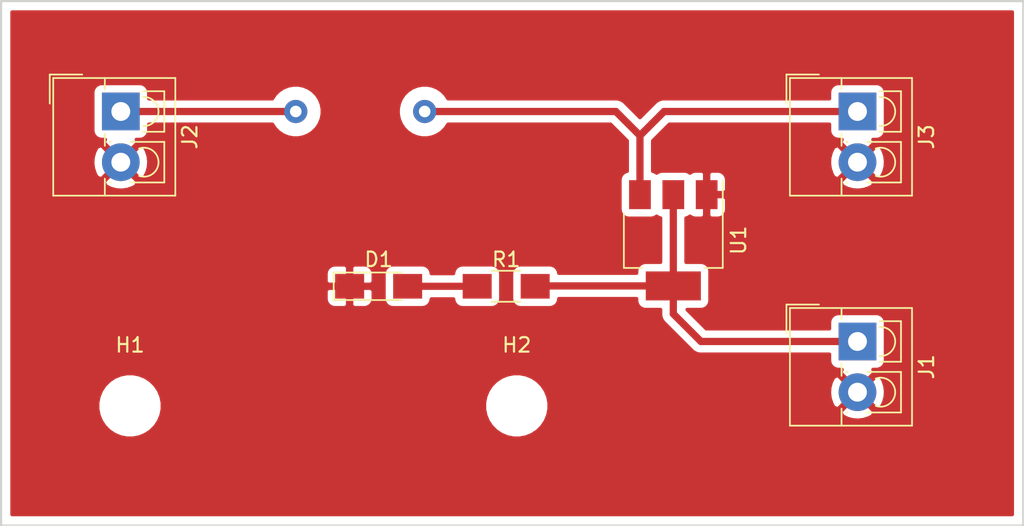
<source format=kicad_pcb>
(kicad_pcb (version 20171130) (host pcbnew "(5.1.9)-1")

  (general
    (thickness 1.6)
    (drawings 4)
    (tracks 17)
    (zones 0)
    (modules 8)
    (nets 5)
  )

  (page A4)
  (layers
    (0 F.Cu signal)
    (31 B.Cu signal)
    (32 B.Adhes user)
    (33 F.Adhes user)
    (34 B.Paste user)
    (35 F.Paste user)
    (36 B.SilkS user)
    (37 F.SilkS user)
    (38 B.Mask user)
    (39 F.Mask user)
    (40 Dwgs.User user)
    (41 Cmts.User user)
    (42 Eco1.User user)
    (43 Eco2.User user)
    (44 Edge.Cuts user)
    (45 Margin user)
    (46 B.CrtYd user)
    (47 F.CrtYd user)
    (48 B.Fab user)
    (49 F.Fab user)
  )

  (setup
    (last_trace_width 0.25)
    (user_trace_width 0.5)
    (trace_clearance 0.2)
    (zone_clearance 0.508)
    (zone_45_only no)
    (trace_min 0.2)
    (via_size 0.8)
    (via_drill 0.4)
    (via_min_size 0.4)
    (via_min_drill 0.3)
    (user_via 1.6 0.8)
    (uvia_size 0.3)
    (uvia_drill 0.1)
    (uvias_allowed no)
    (uvia_min_size 0.2)
    (uvia_min_drill 0.1)
    (edge_width 0.05)
    (segment_width 0.2)
    (pcb_text_width 0.3)
    (pcb_text_size 1.5 1.5)
    (mod_edge_width 0.12)
    (mod_text_size 1 1)
    (mod_text_width 0.15)
    (pad_size 1.524 1.524)
    (pad_drill 0.762)
    (pad_to_mask_clearance 0)
    (aux_axis_origin 0 0)
    (visible_elements 7FFFFFFF)
    (pcbplotparams
      (layerselection 0x01000_7fffffff)
      (usegerberextensions false)
      (usegerberattributes true)
      (usegerberadvancedattributes true)
      (creategerberjobfile true)
      (excludeedgelayer true)
      (linewidth 0.100000)
      (plotframeref false)
      (viasonmask false)
      (mode 1)
      (useauxorigin false)
      (hpglpennumber 1)
      (hpglpenspeed 20)
      (hpglpendiameter 15.000000)
      (psnegative false)
      (psa4output false)
      (plotreference true)
      (plotvalue true)
      (plotinvisibletext false)
      (padsonsilk false)
      (subtractmaskfromsilk false)
      (outputformat 1)
      (mirror false)
      (drillshape 0)
      (scaleselection 1)
      (outputdirectory "./"))
  )

  (net 0 "")
  (net 1 GND)
  (net 2 "Net-(D1-Pad2)")
  (net 3 "Net-(J1-Pad1)")
  (net 4 VCC)

  (net_class Default "This is the default net class."
    (clearance 0.2)
    (trace_width 0.25)
    (via_dia 0.8)
    (via_drill 0.4)
    (uvia_dia 0.3)
    (uvia_drill 0.1)
    (add_net GND)
    (add_net "Net-(D1-Pad2)")
    (add_net "Net-(J1-Pad1)")
    (add_net VCC)
  )

  (module MountingHole:MountingHole_3.2mm_M3 (layer F.Cu) (tedit 56D1B4CB) (tstamp 60C777C7)
    (at 82.55 63.5)
    (descr "Mounting Hole 3.2mm, no annular, M3")
    (tags "mounting hole 3.2mm no annular m3")
    (path /60C89F41)
    (attr virtual)
    (fp_text reference H2 (at 0 -4.2) (layer F.SilkS)
      (effects (font (size 1 1) (thickness 0.15)))
    )
    (fp_text value MountingHole (at 0 4.2) (layer F.Fab)
      (effects (font (size 1 1) (thickness 0.15)))
    )
    (fp_circle (center 0 0) (end 3.2 0) (layer Cmts.User) (width 0.15))
    (fp_circle (center 0 0) (end 3.45 0) (layer F.CrtYd) (width 0.05))
    (fp_text user %R (at 0.3 0) (layer F.Fab)
      (effects (font (size 1 1) (thickness 0.15)))
    )
    (pad 1 np_thru_hole circle (at 0 0) (size 3.2 3.2) (drill 3.2) (layers *.Cu *.Mask))
  )

  (module MountingHole:MountingHole_3.2mm_M3 (layer F.Cu) (tedit 56D1B4CB) (tstamp 60C777BF)
    (at 55.88 63.5)
    (descr "Mounting Hole 3.2mm, no annular, M3")
    (tags "mounting hole 3.2mm no annular m3")
    (path /60C89B21)
    (attr virtual)
    (fp_text reference H1 (at 0 -4.2) (layer F.SilkS)
      (effects (font (size 1 1) (thickness 0.15)))
    )
    (fp_text value MountingHole (at 0 4.2) (layer F.Fab)
      (effects (font (size 1 1) (thickness 0.15)))
    )
    (fp_circle (center 0 0) (end 3.45 0) (layer F.CrtYd) (width 0.05))
    (fp_circle (center 0 0) (end 3.2 0) (layer Cmts.User) (width 0.15))
    (fp_text user %R (at 0.3 0) (layer F.Fab)
      (effects (font (size 1 1) (thickness 0.15)))
    )
    (pad 1 np_thru_hole circle (at 0 0) (size 3.2 3.2) (drill 3.2) (layers *.Cu *.Mask))
  )

  (module fab:SOT-223-3_TabPin2 (layer F.Cu) (tedit 58CE4E7E) (tstamp 60C7788E)
    (at 93.345 52.07 270)
    (descr "module CMS SOT223 4 pins")
    (tags "CMS SOT")
    (path /60C7BBC5)
    (attr smd)
    (fp_text reference U1 (at 0 -4.5 90) (layer F.SilkS)
      (effects (font (size 1 1) (thickness 0.15)))
    )
    (fp_text value Regulator_Linear_NCP1117-5.0V-1A (at 0 4.5 90) (layer F.Fab)
      (effects (font (size 1 1) (thickness 0.15)))
    )
    (fp_line (start 1.85 -3.35) (end 1.85 3.35) (layer F.Fab) (width 0.1))
    (fp_line (start -1.85 3.35) (end 1.85 3.35) (layer F.Fab) (width 0.1))
    (fp_line (start -4.1 -3.41) (end 1.91 -3.41) (layer F.SilkS) (width 0.12))
    (fp_line (start -0.85 -3.35) (end 1.85 -3.35) (layer F.Fab) (width 0.1))
    (fp_line (start -1.85 3.41) (end 1.91 3.41) (layer F.SilkS) (width 0.12))
    (fp_line (start -1.85 -2.35) (end -1.85 3.35) (layer F.Fab) (width 0.1))
    (fp_line (start -1.85 -2.35) (end -0.85 -3.35) (layer F.Fab) (width 0.1))
    (fp_line (start -4.4 -3.6) (end -4.4 3.6) (layer F.CrtYd) (width 0.05))
    (fp_line (start -4.4 3.6) (end 4.4 3.6) (layer F.CrtYd) (width 0.05))
    (fp_line (start 4.4 3.6) (end 4.4 -3.6) (layer F.CrtYd) (width 0.05))
    (fp_line (start 4.4 -3.6) (end -4.4 -3.6) (layer F.CrtYd) (width 0.05))
    (fp_line (start 1.91 -3.41) (end 1.91 -2.15) (layer F.SilkS) (width 0.12))
    (fp_line (start 1.91 3.41) (end 1.91 2.15) (layer F.SilkS) (width 0.12))
    (fp_text user %R (at 0 0) (layer F.Fab)
      (effects (font (size 0.8 0.8) (thickness 0.12)))
    )
    (pad 2 smd rect (at 3.15 0 270) (size 2 3.8) (layers F.Cu F.Paste F.Mask)
      (net 3 "Net-(J1-Pad1)"))
    (pad 2 smd rect (at -3.15 0 270) (size 2 1.5) (layers F.Cu F.Paste F.Mask)
      (net 3 "Net-(J1-Pad1)"))
    (pad 3 smd rect (at -3.15 2.3 270) (size 2 1.5) (layers F.Cu F.Paste F.Mask)
      (net 4 VCC))
    (pad 1 smd rect (at -3.15 -2.3 270) (size 2 1.5) (layers F.Cu F.Paste F.Mask)
      (net 1 GND))
    (model ${KISYS3DMOD}/TO_SOT_Packages_SMD.3dshapes/SOT-223.wrl
      (at (xyz 0 0 0))
      (scale (xyz 1 1 1))
      (rotate (xyz 0 0 0))
    )
  )

  (module fab:R_1206 (layer F.Cu) (tedit 60020482) (tstamp 60C77878)
    (at 81.82 55.245)
    (descr "Resistor SMD 1206, hand soldering")
    (tags "resistor 1206")
    (path /60C84E8E)
    (attr smd)
    (fp_text reference R1 (at 0 -1.85) (layer F.SilkS)
      (effects (font (size 1 1) (thickness 0.15)))
    )
    (fp_text value R (at 0 1.9) (layer F.Fab)
      (effects (font (size 1 1) (thickness 0.15)))
    )
    (fp_line (start 3.25 1.1) (end -3.25 1.1) (layer F.CrtYd) (width 0.05))
    (fp_line (start 3.25 1.1) (end 3.25 -1.11) (layer F.CrtYd) (width 0.05))
    (fp_line (start -3.25 -1.11) (end -3.25 1.1) (layer F.CrtYd) (width 0.05))
    (fp_line (start -3.25 -1.11) (end 3.25 -1.11) (layer F.CrtYd) (width 0.05))
    (fp_line (start -1 -1.07) (end 1 -1.07) (layer F.SilkS) (width 0.12))
    (fp_line (start 1 1.07) (end -1 1.07) (layer F.SilkS) (width 0.12))
    (fp_line (start -1.6 -0.8) (end 1.6 -0.8) (layer F.Fab) (width 0.1))
    (fp_line (start 1.6 -0.8) (end 1.6 0.8) (layer F.Fab) (width 0.1))
    (fp_line (start 1.6 0.8) (end -1.6 0.8) (layer F.Fab) (width 0.1))
    (fp_line (start -1.6 0.8) (end -1.6 -0.8) (layer F.Fab) (width 0.1))
    (fp_text user %R (at 0 0) (layer F.Fab)
      (effects (font (size 0.7 0.7) (thickness 0.105)))
    )
    (pad 1 smd rect (at -2 0) (size 2 1.7) (layers F.Cu F.Paste F.Mask)
      (net 2 "Net-(D1-Pad2)"))
    (pad 2 smd rect (at 2 0) (size 2 1.7) (layers F.Cu F.Paste F.Mask)
      (net 3 "Net-(J1-Pad1)"))
    (model ${FAB}/fab.3dshapes/R_1206.step
      (at (xyz 0 0 0))
      (scale (xyz 1 1 1))
      (rotate (xyz 0 0 0))
    )
  )

  (module TerminalBlock_4Ucon:TerminalBlock_4Ucon_1x02_P3.50mm_Vertical (layer F.Cu) (tedit 5B294E7F) (tstamp 60C77867)
    (at 106.045 43.18 270)
    (descr "Terminal Block 4Ucon ItemNo. 10693, vertical (cable from top), 2 pins, pitch 3.5mm, size 8x8.3mm^2, drill diamater 1.3mm, pad diameter 2.6mm, see http://www.4uconnector.com/online/object/4udrawing/10693.pdf, script-generated with , script-generated using https://github.com/pointhi/kicad-footprint-generator/scripts/TerminalBlock_4Ucon")
    (tags "THT Terminal Block 4Ucon ItemNo. 10693 vertical pitch 3.5mm size 8x8.3mm^2 drill 1.3mm pad 2.6mm")
    (path /60C7F1EB)
    (fp_text reference J3 (at 1.75 -4.76 90) (layer F.SilkS)
      (effects (font (size 1 1) (thickness 0.15)))
    )
    (fp_text value Screw_Terminal_01x02 (at 1.75 5.66 90) (layer F.Fab)
      (effects (font (size 1 1) (thickness 0.15)))
    )
    (fp_line (start 6.25 -4.2) (end -2.75 -4.2) (layer F.CrtYd) (width 0.05))
    (fp_line (start 6.25 5.11) (end 6.25 -4.2) (layer F.CrtYd) (width 0.05))
    (fp_line (start -2.75 5.11) (end 6.25 5.11) (layer F.CrtYd) (width 0.05))
    (fp_line (start -2.75 -4.2) (end -2.75 5.11) (layer F.CrtYd) (width 0.05))
    (fp_line (start -2.55 4.9) (end -0.55 4.9) (layer F.SilkS) (width 0.12))
    (fp_line (start -2.55 2.66) (end -2.55 4.9) (layer F.SilkS) (width 0.12))
    (fp_line (start 4.9 -3) (end 2.1 -3) (layer F.Fab) (width 0.1))
    (fp_line (start 4.9 0.75) (end 4.9 -3) (layer F.Fab) (width 0.1))
    (fp_line (start 2.1 0.75) (end 4.9 0.75) (layer F.Fab) (width 0.1))
    (fp_line (start 2.1 -3) (end 2.1 0.75) (layer F.Fab) (width 0.1))
    (fp_line (start 4.9 0.689) (end 4.9 0.75) (layer F.SilkS) (width 0.12))
    (fp_line (start 4.9 -3) (end 4.9 -0.689) (layer F.SilkS) (width 0.12))
    (fp_line (start 2.1 0.689) (end 2.1 0.75) (layer F.SilkS) (width 0.12))
    (fp_line (start 2.1 -3) (end 2.1 -0.689) (layer F.SilkS) (width 0.12))
    (fp_line (start 4.9 0.75) (end 4.9 0.75) (layer F.SilkS) (width 0.12))
    (fp_line (start 2.1 0.75) (end 2.101 0.75) (layer F.SilkS) (width 0.12))
    (fp_line (start 2.1 -3) (end 4.9 -3) (layer F.SilkS) (width 0.12))
    (fp_line (start 1.4 -3) (end -1.4 -3) (layer F.Fab) (width 0.1))
    (fp_line (start 1.4 0.75) (end 1.4 -3) (layer F.Fab) (width 0.1))
    (fp_line (start -1.4 0.75) (end 1.4 0.75) (layer F.Fab) (width 0.1))
    (fp_line (start -1.4 -3) (end -1.4 0.75) (layer F.Fab) (width 0.1))
    (fp_line (start 1.4 -3) (end 1.4 -1.54) (layer F.SilkS) (width 0.12))
    (fp_line (start -1.4 -3) (end -1.4 -1.54) (layer F.SilkS) (width 0.12))
    (fp_line (start -1.4 -3) (end 1.4 -3) (layer F.SilkS) (width 0.12))
    (fp_line (start 5.81 -3.76) (end 5.81 4.66) (layer F.SilkS) (width 0.12))
    (fp_line (start -2.31 -3.76) (end -2.31 4.66) (layer F.SilkS) (width 0.12))
    (fp_line (start -2.31 4.66) (end 5.81 4.66) (layer F.SilkS) (width 0.12))
    (fp_line (start -2.31 -3.76) (end 5.81 -3.76) (layer F.SilkS) (width 0.12))
    (fp_line (start 4.634 1.101) (end 5.81 1.101) (layer F.SilkS) (width 0.12))
    (fp_line (start 1.54 1.101) (end 2.367 1.101) (layer F.SilkS) (width 0.12))
    (fp_line (start -2.31 1.101) (end -1.54 1.101) (layer F.SilkS) (width 0.12))
    (fp_line (start -2.25 1.1) (end 5.75 1.1) (layer F.Fab) (width 0.1))
    (fp_line (start -2.25 2.6) (end -2.25 -3.7) (layer F.Fab) (width 0.1))
    (fp_line (start -0.25 4.6) (end -2.25 2.6) (layer F.Fab) (width 0.1))
    (fp_line (start 5.75 4.6) (end -0.25 4.6) (layer F.Fab) (width 0.1))
    (fp_line (start 5.75 -3.7) (end 5.75 4.6) (layer F.Fab) (width 0.1))
    (fp_line (start -2.25 -3.7) (end 5.75 -3.7) (layer F.Fab) (width 0.1))
    (fp_circle (center 3.5 -1.6) (end 4.5 -1.6) (layer F.Fab) (width 0.1))
    (fp_circle (center 0 -1.6) (end 1 -1.6) (layer F.Fab) (width 0.1))
    (fp_text user %R (at 1.75 3.45 90) (layer F.Fab)
      (effects (font (size 1 1) (thickness 0.15)))
    )
    (fp_arc (start 3.5 -1.6) (end 4.44 -1.258) (angle -220) (layer F.SilkS) (width 0.12))
    (fp_arc (start 0 -1.6) (end 0.998 -1.531) (angle -188) (layer F.SilkS) (width 0.12))
    (pad 2 thru_hole circle (at 3.5 0 270) (size 2.6 2.6) (drill 1.3) (layers *.Cu *.Mask)
      (net 1 GND))
    (pad 1 thru_hole rect (at 0 0 270) (size 2.6 2.6) (drill 1.3) (layers *.Cu *.Mask)
      (net 4 VCC))
    (model ${KISYS3DMOD}/TerminalBlock_4Ucon.3dshapes/TerminalBlock_4Ucon_1x02_P3.50mm_Vertical.wrl
      (at (xyz 0 0 0))
      (scale (xyz 1 1 1))
      (rotate (xyz 0 0 0))
    )
  )

  (module TerminalBlock_4Ucon:TerminalBlock_4Ucon_1x02_P3.50mm_Vertical (layer F.Cu) (tedit 5B294E7F) (tstamp 60C77837)
    (at 55.245 43.18 270)
    (descr "Terminal Block 4Ucon ItemNo. 10693, vertical (cable from top), 2 pins, pitch 3.5mm, size 8x8.3mm^2, drill diamater 1.3mm, pad diameter 2.6mm, see http://www.4uconnector.com/online/object/4udrawing/10693.pdf, script-generated with , script-generated using https://github.com/pointhi/kicad-footprint-generator/scripts/TerminalBlock_4Ucon")
    (tags "THT Terminal Block 4Ucon ItemNo. 10693 vertical pitch 3.5mm size 8x8.3mm^2 drill 1.3mm pad 2.6mm")
    (path /60C7F6F0)
    (fp_text reference J2 (at 1.75 -4.76 90) (layer F.SilkS)
      (effects (font (size 1 1) (thickness 0.15)))
    )
    (fp_text value Screw_Terminal_01x02 (at 1.75 5.66 90) (layer F.Fab)
      (effects (font (size 1 1) (thickness 0.15)))
    )
    (fp_line (start 6.25 -4.2) (end -2.75 -4.2) (layer F.CrtYd) (width 0.05))
    (fp_line (start 6.25 5.11) (end 6.25 -4.2) (layer F.CrtYd) (width 0.05))
    (fp_line (start -2.75 5.11) (end 6.25 5.11) (layer F.CrtYd) (width 0.05))
    (fp_line (start -2.75 -4.2) (end -2.75 5.11) (layer F.CrtYd) (width 0.05))
    (fp_line (start -2.55 4.9) (end -0.55 4.9) (layer F.SilkS) (width 0.12))
    (fp_line (start -2.55 2.66) (end -2.55 4.9) (layer F.SilkS) (width 0.12))
    (fp_line (start 4.9 -3) (end 2.1 -3) (layer F.Fab) (width 0.1))
    (fp_line (start 4.9 0.75) (end 4.9 -3) (layer F.Fab) (width 0.1))
    (fp_line (start 2.1 0.75) (end 4.9 0.75) (layer F.Fab) (width 0.1))
    (fp_line (start 2.1 -3) (end 2.1 0.75) (layer F.Fab) (width 0.1))
    (fp_line (start 4.9 0.689) (end 4.9 0.75) (layer F.SilkS) (width 0.12))
    (fp_line (start 4.9 -3) (end 4.9 -0.689) (layer F.SilkS) (width 0.12))
    (fp_line (start 2.1 0.689) (end 2.1 0.75) (layer F.SilkS) (width 0.12))
    (fp_line (start 2.1 -3) (end 2.1 -0.689) (layer F.SilkS) (width 0.12))
    (fp_line (start 4.9 0.75) (end 4.9 0.75) (layer F.SilkS) (width 0.12))
    (fp_line (start 2.1 0.75) (end 2.101 0.75) (layer F.SilkS) (width 0.12))
    (fp_line (start 2.1 -3) (end 4.9 -3) (layer F.SilkS) (width 0.12))
    (fp_line (start 1.4 -3) (end -1.4 -3) (layer F.Fab) (width 0.1))
    (fp_line (start 1.4 0.75) (end 1.4 -3) (layer F.Fab) (width 0.1))
    (fp_line (start -1.4 0.75) (end 1.4 0.75) (layer F.Fab) (width 0.1))
    (fp_line (start -1.4 -3) (end -1.4 0.75) (layer F.Fab) (width 0.1))
    (fp_line (start 1.4 -3) (end 1.4 -1.54) (layer F.SilkS) (width 0.12))
    (fp_line (start -1.4 -3) (end -1.4 -1.54) (layer F.SilkS) (width 0.12))
    (fp_line (start -1.4 -3) (end 1.4 -3) (layer F.SilkS) (width 0.12))
    (fp_line (start 5.81 -3.76) (end 5.81 4.66) (layer F.SilkS) (width 0.12))
    (fp_line (start -2.31 -3.76) (end -2.31 4.66) (layer F.SilkS) (width 0.12))
    (fp_line (start -2.31 4.66) (end 5.81 4.66) (layer F.SilkS) (width 0.12))
    (fp_line (start -2.31 -3.76) (end 5.81 -3.76) (layer F.SilkS) (width 0.12))
    (fp_line (start 4.634 1.101) (end 5.81 1.101) (layer F.SilkS) (width 0.12))
    (fp_line (start 1.54 1.101) (end 2.367 1.101) (layer F.SilkS) (width 0.12))
    (fp_line (start -2.31 1.101) (end -1.54 1.101) (layer F.SilkS) (width 0.12))
    (fp_line (start -2.25 1.1) (end 5.75 1.1) (layer F.Fab) (width 0.1))
    (fp_line (start -2.25 2.6) (end -2.25 -3.7) (layer F.Fab) (width 0.1))
    (fp_line (start -0.25 4.6) (end -2.25 2.6) (layer F.Fab) (width 0.1))
    (fp_line (start 5.75 4.6) (end -0.25 4.6) (layer F.Fab) (width 0.1))
    (fp_line (start 5.75 -3.7) (end 5.75 4.6) (layer F.Fab) (width 0.1))
    (fp_line (start -2.25 -3.7) (end 5.75 -3.7) (layer F.Fab) (width 0.1))
    (fp_circle (center 3.5 -1.6) (end 4.5 -1.6) (layer F.Fab) (width 0.1))
    (fp_circle (center 0 -1.6) (end 1 -1.6) (layer F.Fab) (width 0.1))
    (fp_text user %R (at 1.75 3.45 90) (layer F.Fab)
      (effects (font (size 1 1) (thickness 0.15)))
    )
    (fp_arc (start 3.5 -1.6) (end 4.44 -1.258) (angle -220) (layer F.SilkS) (width 0.12))
    (fp_arc (start 0 -1.6) (end 0.998 -1.531) (angle -188) (layer F.SilkS) (width 0.12))
    (pad 2 thru_hole circle (at 3.5 0 270) (size 2.6 2.6) (drill 1.3) (layers *.Cu *.Mask)
      (net 1 GND))
    (pad 1 thru_hole rect (at 0 0 270) (size 2.6 2.6) (drill 1.3) (layers *.Cu *.Mask)
      (net 4 VCC))
    (model ${KISYS3DMOD}/TerminalBlock_4Ucon.3dshapes/TerminalBlock_4Ucon_1x02_P3.50mm_Vertical.wrl
      (at (xyz 0 0 0))
      (scale (xyz 1 1 1))
      (rotate (xyz 0 0 0))
    )
  )

  (module TerminalBlock_4Ucon:TerminalBlock_4Ucon_1x02_P3.50mm_Vertical (layer F.Cu) (tedit 5B294E7F) (tstamp 60C77807)
    (at 106.045 59.055 270)
    (descr "Terminal Block 4Ucon ItemNo. 10693, vertical (cable from top), 2 pins, pitch 3.5mm, size 8x8.3mm^2, drill diamater 1.3mm, pad diameter 2.6mm, see http://www.4uconnector.com/online/object/4udrawing/10693.pdf, script-generated with , script-generated using https://github.com/pointhi/kicad-footprint-generator/scripts/TerminalBlock_4Ucon")
    (tags "THT Terminal Block 4Ucon ItemNo. 10693 vertical pitch 3.5mm size 8x8.3mm^2 drill 1.3mm pad 2.6mm")
    (path /60C7D8C1)
    (fp_text reference J1 (at 1.75 -4.76 90) (layer F.SilkS)
      (effects (font (size 1 1) (thickness 0.15)))
    )
    (fp_text value Screw_Terminal_01x02 (at 1.75 5.66 90) (layer F.Fab)
      (effects (font (size 1 1) (thickness 0.15)))
    )
    (fp_line (start 6.25 -4.2) (end -2.75 -4.2) (layer F.CrtYd) (width 0.05))
    (fp_line (start 6.25 5.11) (end 6.25 -4.2) (layer F.CrtYd) (width 0.05))
    (fp_line (start -2.75 5.11) (end 6.25 5.11) (layer F.CrtYd) (width 0.05))
    (fp_line (start -2.75 -4.2) (end -2.75 5.11) (layer F.CrtYd) (width 0.05))
    (fp_line (start -2.55 4.9) (end -0.55 4.9) (layer F.SilkS) (width 0.12))
    (fp_line (start -2.55 2.66) (end -2.55 4.9) (layer F.SilkS) (width 0.12))
    (fp_line (start 4.9 -3) (end 2.1 -3) (layer F.Fab) (width 0.1))
    (fp_line (start 4.9 0.75) (end 4.9 -3) (layer F.Fab) (width 0.1))
    (fp_line (start 2.1 0.75) (end 4.9 0.75) (layer F.Fab) (width 0.1))
    (fp_line (start 2.1 -3) (end 2.1 0.75) (layer F.Fab) (width 0.1))
    (fp_line (start 4.9 0.689) (end 4.9 0.75) (layer F.SilkS) (width 0.12))
    (fp_line (start 4.9 -3) (end 4.9 -0.689) (layer F.SilkS) (width 0.12))
    (fp_line (start 2.1 0.689) (end 2.1 0.75) (layer F.SilkS) (width 0.12))
    (fp_line (start 2.1 -3) (end 2.1 -0.689) (layer F.SilkS) (width 0.12))
    (fp_line (start 4.9 0.75) (end 4.9 0.75) (layer F.SilkS) (width 0.12))
    (fp_line (start 2.1 0.75) (end 2.101 0.75) (layer F.SilkS) (width 0.12))
    (fp_line (start 2.1 -3) (end 4.9 -3) (layer F.SilkS) (width 0.12))
    (fp_line (start 1.4 -3) (end -1.4 -3) (layer F.Fab) (width 0.1))
    (fp_line (start 1.4 0.75) (end 1.4 -3) (layer F.Fab) (width 0.1))
    (fp_line (start -1.4 0.75) (end 1.4 0.75) (layer F.Fab) (width 0.1))
    (fp_line (start -1.4 -3) (end -1.4 0.75) (layer F.Fab) (width 0.1))
    (fp_line (start 1.4 -3) (end 1.4 -1.54) (layer F.SilkS) (width 0.12))
    (fp_line (start -1.4 -3) (end -1.4 -1.54) (layer F.SilkS) (width 0.12))
    (fp_line (start -1.4 -3) (end 1.4 -3) (layer F.SilkS) (width 0.12))
    (fp_line (start 5.81 -3.76) (end 5.81 4.66) (layer F.SilkS) (width 0.12))
    (fp_line (start -2.31 -3.76) (end -2.31 4.66) (layer F.SilkS) (width 0.12))
    (fp_line (start -2.31 4.66) (end 5.81 4.66) (layer F.SilkS) (width 0.12))
    (fp_line (start -2.31 -3.76) (end 5.81 -3.76) (layer F.SilkS) (width 0.12))
    (fp_line (start 4.634 1.101) (end 5.81 1.101) (layer F.SilkS) (width 0.12))
    (fp_line (start 1.54 1.101) (end 2.367 1.101) (layer F.SilkS) (width 0.12))
    (fp_line (start -2.31 1.101) (end -1.54 1.101) (layer F.SilkS) (width 0.12))
    (fp_line (start -2.25 1.1) (end 5.75 1.1) (layer F.Fab) (width 0.1))
    (fp_line (start -2.25 2.6) (end -2.25 -3.7) (layer F.Fab) (width 0.1))
    (fp_line (start -0.25 4.6) (end -2.25 2.6) (layer F.Fab) (width 0.1))
    (fp_line (start 5.75 4.6) (end -0.25 4.6) (layer F.Fab) (width 0.1))
    (fp_line (start 5.75 -3.7) (end 5.75 4.6) (layer F.Fab) (width 0.1))
    (fp_line (start -2.25 -3.7) (end 5.75 -3.7) (layer F.Fab) (width 0.1))
    (fp_circle (center 3.5 -1.6) (end 4.5 -1.6) (layer F.Fab) (width 0.1))
    (fp_circle (center 0 -1.6) (end 1 -1.6) (layer F.Fab) (width 0.1))
    (fp_text user %R (at 1.75 3.45 90) (layer F.Fab)
      (effects (font (size 1 1) (thickness 0.15)))
    )
    (fp_arc (start 3.5 -1.6) (end 4.44 -1.258) (angle -220) (layer F.SilkS) (width 0.12))
    (fp_arc (start 0 -1.6) (end 0.998 -1.531) (angle -188) (layer F.SilkS) (width 0.12))
    (pad 2 thru_hole circle (at 3.5 0 270) (size 2.6 2.6) (drill 1.3) (layers *.Cu *.Mask)
      (net 1 GND))
    (pad 1 thru_hole rect (at 0 0 270) (size 2.6 2.6) (drill 1.3) (layers *.Cu *.Mask)
      (net 3 "Net-(J1-Pad1)"))
    (model ${KISYS3DMOD}/TerminalBlock_4Ucon.3dshapes/TerminalBlock_4Ucon_1x02_P3.50mm_Vertical.wrl
      (at (xyz 0 0 0))
      (scale (xyz 1 1 1))
      (rotate (xyz 0 0 0))
    )
  )

  (module fab:LED_1206 (layer F.Cu) (tedit 595FC724) (tstamp 60C777B7)
    (at 73.025 55.245)
    (descr "LED SMD 1206, hand soldering")
    (tags "LED 1206")
    (path /60C8E1CB)
    (attr smd)
    (fp_text reference D1 (at 0 -1.85) (layer F.SilkS)
      (effects (font (size 1 1) (thickness 0.15)))
    )
    (fp_text value LED (at 0 1.9) (layer F.Fab)
      (effects (font (size 1 1) (thickness 0.15)))
    )
    (fp_line (start -3.1 -0.95) (end -3.1 0.95) (layer F.SilkS) (width 0.12))
    (fp_line (start -0.4 0) (end 0.2 -0.4) (layer F.Fab) (width 0.1))
    (fp_line (start 0.2 -0.4) (end 0.2 0.4) (layer F.Fab) (width 0.1))
    (fp_line (start 0.2 0.4) (end -0.4 0) (layer F.Fab) (width 0.1))
    (fp_line (start -0.45 -0.4) (end -0.45 0.4) (layer F.Fab) (width 0.1))
    (fp_line (start -1.6 0.8) (end -1.6 -0.8) (layer F.Fab) (width 0.1))
    (fp_line (start 1.6 0.8) (end -1.6 0.8) (layer F.Fab) (width 0.1))
    (fp_line (start 1.6 -0.8) (end 1.6 0.8) (layer F.Fab) (width 0.1))
    (fp_line (start -1.6 -0.8) (end 1.6 -0.8) (layer F.Fab) (width 0.1))
    (fp_line (start -3.1 0.95) (end 1.6 0.95) (layer F.SilkS) (width 0.12))
    (fp_line (start -3.1 -0.95) (end 1.6 -0.95) (layer F.SilkS) (width 0.12))
    (fp_line (start -3.25 -1.11) (end 3.25 -1.11) (layer F.CrtYd) (width 0.05))
    (fp_line (start -3.25 -1.11) (end -3.25 1.1) (layer F.CrtYd) (width 0.05))
    (fp_line (start 3.25 1.1) (end 3.25 -1.11) (layer F.CrtYd) (width 0.05))
    (fp_line (start 3.25 1.1) (end -3.25 1.1) (layer F.CrtYd) (width 0.05))
    (pad 1 smd rect (at -2 0) (size 2 1.7) (layers F.Cu F.Paste F.Mask)
      (net 1 GND))
    (pad 2 smd rect (at 2 0) (size 2 1.7) (layers F.Cu F.Paste F.Mask)
      (net 2 "Net-(D1-Pad2)"))
    (model ${KISYS3DMOD}/LEDs.3dshapes/LED_1206.wrl
      (at (xyz 0 0 0))
      (scale (xyz 1 1 1))
      (rotate (xyz 0 0 180))
    )
  )

  (gr_line (start 46.99 71.755) (end 46.99 35.56) (layer Edge.Cuts) (width 0.15) (tstamp 60C789D8))
  (gr_line (start 117.475 71.755) (end 46.99 71.755) (layer Edge.Cuts) (width 0.15))
  (gr_line (start 117.475 35.56) (end 117.475 71.755) (layer Edge.Cuts) (width 0.15))
  (gr_line (start 46.99 35.56) (end 117.475 35.56) (layer Edge.Cuts) (width 0.15))

  (segment (start 79.82 55.245) (end 75.025 55.245) (width 0.5) (layer F.Cu) (net 2))
  (segment (start 93.345 55.22) (end 93.345 57.15) (width 0.5) (layer F.Cu) (net 3))
  (segment (start 95.25 59.055) (end 106.045 59.055) (width 0.5) (layer F.Cu) (net 3))
  (segment (start 93.345 57.15) (end 95.25 59.055) (width 0.5) (layer F.Cu) (net 3))
  (segment (start 83.845 55.22) (end 83.82 55.245) (width 0.5) (layer F.Cu) (net 3))
  (segment (start 93.345 55.22) (end 83.845 55.22) (width 0.5) (layer F.Cu) (net 3))
  (segment (start 93.345 48.92) (end 93.345 55.22) (width 0.5) (layer F.Cu) (net 3))
  (segment (start 106.045 43.18) (end 92.71 43.18) (width 0.5) (layer F.Cu) (net 4))
  (segment (start 91.045 44.845) (end 91.045 48.92) (width 0.5) (layer F.Cu) (net 4))
  (segment (start 92.71 43.18) (end 91.045 44.845) (width 0.5) (layer F.Cu) (net 4))
  (segment (start 89.38 43.18) (end 91.045 44.845) (width 0.5) (layer F.Cu) (net 4))
  (segment (start 55.245 43.18) (end 67.31 43.18) (width 0.5) (layer F.Cu) (net 4))
  (segment (start 76.2 43.18) (end 76.2 43.18) (width 0.5) (layer F.Cu) (net 4) (tstamp 60C7820B))
  (segment (start 67.31 43.18) (end 67.31 43.18) (width 0.5) (layer F.Cu) (net 4) (tstamp 60C78213))
  (via (at 67.31 43.18) (size 1.6) (drill 0.8) (layers F.Cu B.Cu) (net 4))
  (segment (start 76.2 43.18) (end 89.38 43.18) (width 0.5) (layer F.Cu) (net 4) (tstamp 60C78215))
  (via (at 76.2 43.18) (size 1.6) (drill 0.8) (layers F.Cu B.Cu) (net 4))

  (zone (net 1) (net_name GND) (layer F.Cu) (tstamp 60C78A2D) (hatch edge 0.508)
    (connect_pads (clearance 0.508))
    (min_thickness 0.254)
    (fill yes (arc_segments 32) (thermal_gap 0.508) (thermal_bridge_width 0.508))
    (polygon
      (pts
        (xy 116.84 71.12) (xy 47.625 71.12) (xy 47.625 36.195) (xy 116.84 36.195)
      )
    )
    (filled_polygon
      (pts
        (xy 116.713 70.993) (xy 47.752 70.993) (xy 47.752 63.279872) (xy 53.645 63.279872) (xy 53.645 63.720128)
        (xy 53.73089 64.151925) (xy 53.899369 64.558669) (xy 54.143962 64.924729) (xy 54.455271 65.236038) (xy 54.821331 65.480631)
        (xy 55.228075 65.64911) (xy 55.659872 65.735) (xy 56.100128 65.735) (xy 56.531925 65.64911) (xy 56.938669 65.480631)
        (xy 57.304729 65.236038) (xy 57.616038 64.924729) (xy 57.860631 64.558669) (xy 58.02911 64.151925) (xy 58.115 63.720128)
        (xy 58.115 63.279872) (xy 80.315 63.279872) (xy 80.315 63.720128) (xy 80.40089 64.151925) (xy 80.569369 64.558669)
        (xy 80.813962 64.924729) (xy 81.125271 65.236038) (xy 81.491331 65.480631) (xy 81.898075 65.64911) (xy 82.329872 65.735)
        (xy 82.770128 65.735) (xy 83.201925 65.64911) (xy 83.608669 65.480631) (xy 83.974729 65.236038) (xy 84.286038 64.924729)
        (xy 84.530631 64.558669) (xy 84.69911 64.151925) (xy 84.74838 63.904224) (xy 104.875381 63.904224) (xy 105.007317 64.199312)
        (xy 105.348045 64.370159) (xy 105.715557 64.47125) (xy 106.095729 64.498701) (xy 106.473951 64.451457) (xy 106.83569 64.331333)
        (xy 107.082683 64.199312) (xy 107.214619 63.904224) (xy 106.045 62.734605) (xy 104.875381 63.904224) (xy 84.74838 63.904224)
        (xy 84.785 63.720128) (xy 84.785 63.279872) (xy 84.69911 62.848075) (xy 84.598727 62.605729) (xy 104.101299 62.605729)
        (xy 104.148543 62.983951) (xy 104.268667 63.34569) (xy 104.400688 63.592683) (xy 104.695776 63.724619) (xy 105.865395 62.555)
        (xy 106.224605 62.555) (xy 107.394224 63.724619) (xy 107.689312 63.592683) (xy 107.860159 63.251955) (xy 107.96125 62.884443)
        (xy 107.988701 62.504271) (xy 107.941457 62.126049) (xy 107.821333 61.76431) (xy 107.689312 61.517317) (xy 107.394224 61.385381)
        (xy 106.224605 62.555) (xy 105.865395 62.555) (xy 104.695776 61.385381) (xy 104.400688 61.517317) (xy 104.229841 61.858045)
        (xy 104.12875 62.225557) (xy 104.101299 62.605729) (xy 84.598727 62.605729) (xy 84.530631 62.441331) (xy 84.286038 62.075271)
        (xy 83.974729 61.763962) (xy 83.608669 61.519369) (xy 83.201925 61.35089) (xy 82.770128 61.265) (xy 82.329872 61.265)
        (xy 81.898075 61.35089) (xy 81.491331 61.519369) (xy 81.125271 61.763962) (xy 80.813962 62.075271) (xy 80.569369 62.441331)
        (xy 80.40089 62.848075) (xy 80.315 63.279872) (xy 58.115 63.279872) (xy 58.02911 62.848075) (xy 57.860631 62.441331)
        (xy 57.616038 62.075271) (xy 57.304729 61.763962) (xy 56.938669 61.519369) (xy 56.531925 61.35089) (xy 56.100128 61.265)
        (xy 55.659872 61.265) (xy 55.228075 61.35089) (xy 54.821331 61.519369) (xy 54.455271 61.763962) (xy 54.143962 62.075271)
        (xy 53.899369 62.441331) (xy 53.73089 62.848075) (xy 53.645 63.279872) (xy 47.752 63.279872) (xy 47.752 56.095)
        (xy 69.386928 56.095) (xy 69.399188 56.219482) (xy 69.435498 56.33918) (xy 69.494463 56.449494) (xy 69.573815 56.546185)
        (xy 69.670506 56.625537) (xy 69.78082 56.684502) (xy 69.900518 56.720812) (xy 70.025 56.733072) (xy 70.73925 56.73)
        (xy 70.898 56.57125) (xy 70.898 55.372) (xy 71.152 55.372) (xy 71.152 56.57125) (xy 71.31075 56.73)
        (xy 72.025 56.733072) (xy 72.149482 56.720812) (xy 72.26918 56.684502) (xy 72.379494 56.625537) (xy 72.476185 56.546185)
        (xy 72.555537 56.449494) (xy 72.614502 56.33918) (xy 72.650812 56.219482) (xy 72.663072 56.095) (xy 72.66 55.53075)
        (xy 72.50125 55.372) (xy 71.152 55.372) (xy 70.898 55.372) (xy 69.54875 55.372) (xy 69.39 55.53075)
        (xy 69.386928 56.095) (xy 47.752 56.095) (xy 47.752 54.395) (xy 69.386928 54.395) (xy 69.39 54.95925)
        (xy 69.54875 55.118) (xy 70.898 55.118) (xy 70.898 53.91875) (xy 71.152 53.91875) (xy 71.152 55.118)
        (xy 72.50125 55.118) (xy 72.66 54.95925) (xy 72.663072 54.395) (xy 73.386928 54.395) (xy 73.386928 56.095)
        (xy 73.399188 56.219482) (xy 73.435498 56.33918) (xy 73.494463 56.449494) (xy 73.573815 56.546185) (xy 73.670506 56.625537)
        (xy 73.78082 56.684502) (xy 73.900518 56.720812) (xy 74.025 56.733072) (xy 76.025 56.733072) (xy 76.149482 56.720812)
        (xy 76.26918 56.684502) (xy 76.379494 56.625537) (xy 76.476185 56.546185) (xy 76.555537 56.449494) (xy 76.614502 56.33918)
        (xy 76.650812 56.219482) (xy 76.659625 56.13) (xy 78.185375 56.13) (xy 78.194188 56.219482) (xy 78.230498 56.33918)
        (xy 78.289463 56.449494) (xy 78.368815 56.546185) (xy 78.465506 56.625537) (xy 78.57582 56.684502) (xy 78.695518 56.720812)
        (xy 78.82 56.733072) (xy 80.82 56.733072) (xy 80.944482 56.720812) (xy 81.06418 56.684502) (xy 81.174494 56.625537)
        (xy 81.271185 56.546185) (xy 81.350537 56.449494) (xy 81.409502 56.33918) (xy 81.445812 56.219482) (xy 81.458072 56.095)
        (xy 81.458072 54.395) (xy 81.445812 54.270518) (xy 81.409502 54.15082) (xy 81.350537 54.040506) (xy 81.271185 53.943815)
        (xy 81.174494 53.864463) (xy 81.06418 53.805498) (xy 80.944482 53.769188) (xy 80.82 53.756928) (xy 78.82 53.756928)
        (xy 78.695518 53.769188) (xy 78.57582 53.805498) (xy 78.465506 53.864463) (xy 78.368815 53.943815) (xy 78.289463 54.040506)
        (xy 78.230498 54.15082) (xy 78.194188 54.270518) (xy 78.185375 54.36) (xy 76.659625 54.36) (xy 76.650812 54.270518)
        (xy 76.614502 54.15082) (xy 76.555537 54.040506) (xy 76.476185 53.943815) (xy 76.379494 53.864463) (xy 76.26918 53.805498)
        (xy 76.149482 53.769188) (xy 76.025 53.756928) (xy 74.025 53.756928) (xy 73.900518 53.769188) (xy 73.78082 53.805498)
        (xy 73.670506 53.864463) (xy 73.573815 53.943815) (xy 73.494463 54.040506) (xy 73.435498 54.15082) (xy 73.399188 54.270518)
        (xy 73.386928 54.395) (xy 72.663072 54.395) (xy 72.650812 54.270518) (xy 72.614502 54.15082) (xy 72.555537 54.040506)
        (xy 72.476185 53.943815) (xy 72.379494 53.864463) (xy 72.26918 53.805498) (xy 72.149482 53.769188) (xy 72.025 53.756928)
        (xy 71.31075 53.76) (xy 71.152 53.91875) (xy 70.898 53.91875) (xy 70.73925 53.76) (xy 70.025 53.756928)
        (xy 69.900518 53.769188) (xy 69.78082 53.805498) (xy 69.670506 53.864463) (xy 69.573815 53.943815) (xy 69.494463 54.040506)
        (xy 69.435498 54.15082) (xy 69.399188 54.270518) (xy 69.386928 54.395) (xy 47.752 54.395) (xy 47.752 48.029224)
        (xy 54.075381 48.029224) (xy 54.207317 48.324312) (xy 54.548045 48.495159) (xy 54.915557 48.59625) (xy 55.295729 48.623701)
        (xy 55.673951 48.576457) (xy 56.03569 48.456333) (xy 56.282683 48.324312) (xy 56.414619 48.029224) (xy 55.245 46.859605)
        (xy 54.075381 48.029224) (xy 47.752 48.029224) (xy 47.752 46.730729) (xy 53.301299 46.730729) (xy 53.348543 47.108951)
        (xy 53.468667 47.47069) (xy 53.600688 47.717683) (xy 53.895776 47.849619) (xy 55.065395 46.68) (xy 55.424605 46.68)
        (xy 56.594224 47.849619) (xy 56.889312 47.717683) (xy 57.060159 47.376955) (xy 57.16125 47.009443) (xy 57.188701 46.629271)
        (xy 57.141457 46.251049) (xy 57.021333 45.88931) (xy 56.889312 45.642317) (xy 56.594224 45.510381) (xy 55.424605 46.68)
        (xy 55.065395 46.68) (xy 53.895776 45.510381) (xy 53.600688 45.642317) (xy 53.429841 45.983045) (xy 53.32875 46.350557)
        (xy 53.301299 46.730729) (xy 47.752 46.730729) (xy 47.752 41.88) (xy 53.306928 41.88) (xy 53.306928 44.48)
        (xy 53.319188 44.604482) (xy 53.355498 44.72418) (xy 53.414463 44.834494) (xy 53.493815 44.931185) (xy 53.590506 45.010537)
        (xy 53.70082 45.069502) (xy 53.820518 45.105812) (xy 53.945 45.118072) (xy 54.170483 45.118072) (xy 54.075381 45.330776)
        (xy 55.245 46.500395) (xy 56.414619 45.330776) (xy 56.319517 45.118072) (xy 56.545 45.118072) (xy 56.669482 45.105812)
        (xy 56.78918 45.069502) (xy 56.899494 45.010537) (xy 56.996185 44.931185) (xy 57.075537 44.834494) (xy 57.134502 44.72418)
        (xy 57.170812 44.604482) (xy 57.183072 44.48) (xy 57.183072 44.065) (xy 65.694402 44.065) (xy 65.884662 44.349744)
        (xy 66.140256 44.605338) (xy 66.440801 44.806156) (xy 66.77475 44.944482) (xy 67.129268 45.015) (xy 67.490732 45.015)
        (xy 67.84525 44.944482) (xy 68.179199 44.806156) (xy 68.479744 44.605338) (xy 68.735338 44.349744) (xy 68.936156 44.049199)
        (xy 69.074482 43.71525) (xy 69.145 43.360732) (xy 69.145 42.999268) (xy 74.365 42.999268) (xy 74.365 43.360732)
        (xy 74.435518 43.71525) (xy 74.573844 44.049199) (xy 74.774662 44.349744) (xy 75.030256 44.605338) (xy 75.330801 44.806156)
        (xy 75.66475 44.944482) (xy 76.019268 45.015) (xy 76.380732 45.015) (xy 76.73525 44.944482) (xy 77.069199 44.806156)
        (xy 77.369744 44.605338) (xy 77.625338 44.349744) (xy 77.815598 44.065) (xy 89.013422 44.065) (xy 90.16 45.211579)
        (xy 90.160001 47.297378) (xy 90.05082 47.330498) (xy 89.940506 47.389463) (xy 89.843815 47.468815) (xy 89.764463 47.565506)
        (xy 89.705498 47.67582) (xy 89.669188 47.795518) (xy 89.656928 47.92) (xy 89.656928 49.92) (xy 89.669188 50.044482)
        (xy 89.705498 50.16418) (xy 89.764463 50.274494) (xy 89.843815 50.371185) (xy 89.940506 50.450537) (xy 90.05082 50.509502)
        (xy 90.170518 50.545812) (xy 90.295 50.558072) (xy 91.795 50.558072) (xy 91.919482 50.545812) (xy 92.03918 50.509502)
        (xy 92.149494 50.450537) (xy 92.195 50.413191) (xy 92.240506 50.450537) (xy 92.35082 50.509502) (xy 92.46 50.542621)
        (xy 92.460001 53.581928) (xy 91.445 53.581928) (xy 91.320518 53.594188) (xy 91.20082 53.630498) (xy 91.090506 53.689463)
        (xy 90.993815 53.768815) (xy 90.914463 53.865506) (xy 90.855498 53.97582) (xy 90.819188 54.095518) (xy 90.806928 54.22)
        (xy 90.806928 54.335) (xy 85.452163 54.335) (xy 85.445812 54.270518) (xy 85.409502 54.15082) (xy 85.350537 54.040506)
        (xy 85.271185 53.943815) (xy 85.174494 53.864463) (xy 85.06418 53.805498) (xy 84.944482 53.769188) (xy 84.82 53.756928)
        (xy 82.82 53.756928) (xy 82.695518 53.769188) (xy 82.57582 53.805498) (xy 82.465506 53.864463) (xy 82.368815 53.943815)
        (xy 82.289463 54.040506) (xy 82.230498 54.15082) (xy 82.194188 54.270518) (xy 82.181928 54.395) (xy 82.181928 56.095)
        (xy 82.194188 56.219482) (xy 82.230498 56.33918) (xy 82.289463 56.449494) (xy 82.368815 56.546185) (xy 82.465506 56.625537)
        (xy 82.57582 56.684502) (xy 82.695518 56.720812) (xy 82.82 56.733072) (xy 84.82 56.733072) (xy 84.944482 56.720812)
        (xy 85.06418 56.684502) (xy 85.174494 56.625537) (xy 85.271185 56.546185) (xy 85.350537 56.449494) (xy 85.409502 56.33918)
        (xy 85.445812 56.219482) (xy 85.457087 56.105) (xy 90.806928 56.105) (xy 90.806928 56.22) (xy 90.819188 56.344482)
        (xy 90.855498 56.46418) (xy 90.914463 56.574494) (xy 90.993815 56.671185) (xy 91.090506 56.750537) (xy 91.20082 56.809502)
        (xy 91.320518 56.845812) (xy 91.445 56.858072) (xy 92.460001 56.858072) (xy 92.460001 57.106521) (xy 92.455719 57.15)
        (xy 92.472805 57.32349) (xy 92.523412 57.490313) (xy 92.60559 57.644059) (xy 92.688468 57.745046) (xy 92.688471 57.745049)
        (xy 92.716184 57.778817) (xy 92.749951 57.806529) (xy 94.59347 59.650049) (xy 94.621183 59.683817) (xy 94.654951 59.71153)
        (xy 94.654953 59.711532) (xy 94.755941 59.794411) (xy 94.909687 59.876589) (xy 95.07651 59.927195) (xy 95.206523 59.94)
        (xy 95.206531 59.94) (xy 95.25 59.944281) (xy 95.293469 59.94) (xy 104.106928 59.94) (xy 104.106928 60.355)
        (xy 104.119188 60.479482) (xy 104.155498 60.59918) (xy 104.214463 60.709494) (xy 104.293815 60.806185) (xy 104.390506 60.885537)
        (xy 104.50082 60.944502) (xy 104.620518 60.980812) (xy 104.745 60.993072) (xy 104.970483 60.993072) (xy 104.875381 61.205776)
        (xy 106.045 62.375395) (xy 107.214619 61.205776) (xy 107.119517 60.993072) (xy 107.345 60.993072) (xy 107.469482 60.980812)
        (xy 107.58918 60.944502) (xy 107.699494 60.885537) (xy 107.796185 60.806185) (xy 107.875537 60.709494) (xy 107.934502 60.59918)
        (xy 107.970812 60.479482) (xy 107.983072 60.355) (xy 107.983072 57.755) (xy 107.970812 57.630518) (xy 107.934502 57.51082)
        (xy 107.875537 57.400506) (xy 107.796185 57.303815) (xy 107.699494 57.224463) (xy 107.58918 57.165498) (xy 107.469482 57.129188)
        (xy 107.345 57.116928) (xy 104.745 57.116928) (xy 104.620518 57.129188) (xy 104.50082 57.165498) (xy 104.390506 57.224463)
        (xy 104.293815 57.303815) (xy 104.214463 57.400506) (xy 104.155498 57.51082) (xy 104.119188 57.630518) (xy 104.106928 57.755)
        (xy 104.106928 58.17) (xy 95.616579 58.17) (xy 94.30465 56.858072) (xy 95.245 56.858072) (xy 95.369482 56.845812)
        (xy 95.48918 56.809502) (xy 95.599494 56.750537) (xy 95.696185 56.671185) (xy 95.775537 56.574494) (xy 95.834502 56.46418)
        (xy 95.870812 56.344482) (xy 95.883072 56.22) (xy 95.883072 54.22) (xy 95.870812 54.095518) (xy 95.834502 53.97582)
        (xy 95.775537 53.865506) (xy 95.696185 53.768815) (xy 95.599494 53.689463) (xy 95.48918 53.630498) (xy 95.369482 53.594188)
        (xy 95.245 53.581928) (xy 94.23 53.581928) (xy 94.23 50.542621) (xy 94.33918 50.509502) (xy 94.449494 50.450537)
        (xy 94.495 50.413191) (xy 94.540506 50.450537) (xy 94.65082 50.509502) (xy 94.770518 50.545812) (xy 94.895 50.558072)
        (xy 95.35925 50.555) (xy 95.518 50.39625) (xy 95.518 49.047) (xy 95.772 49.047) (xy 95.772 50.39625)
        (xy 95.93075 50.555) (xy 96.395 50.558072) (xy 96.519482 50.545812) (xy 96.63918 50.509502) (xy 96.749494 50.450537)
        (xy 96.846185 50.371185) (xy 96.925537 50.274494) (xy 96.984502 50.16418) (xy 97.020812 50.044482) (xy 97.033072 49.92)
        (xy 97.03 49.20575) (xy 96.87125 49.047) (xy 95.772 49.047) (xy 95.518 49.047) (xy 95.498 49.047)
        (xy 95.498 48.793) (xy 95.518 48.793) (xy 95.518 47.44375) (xy 95.772 47.44375) (xy 95.772 48.793)
        (xy 96.87125 48.793) (xy 97.03 48.63425) (xy 97.032602 48.029224) (xy 104.875381 48.029224) (xy 105.007317 48.324312)
        (xy 105.348045 48.495159) (xy 105.715557 48.59625) (xy 106.095729 48.623701) (xy 106.473951 48.576457) (xy 106.83569 48.456333)
        (xy 107.082683 48.324312) (xy 107.214619 48.029224) (xy 106.045 46.859605) (xy 104.875381 48.029224) (xy 97.032602 48.029224)
        (xy 97.033072 47.92) (xy 97.020812 47.795518) (xy 96.984502 47.67582) (xy 96.925537 47.565506) (xy 96.846185 47.468815)
        (xy 96.749494 47.389463) (xy 96.63918 47.330498) (xy 96.519482 47.294188) (xy 96.395 47.281928) (xy 95.93075 47.285)
        (xy 95.772 47.44375) (xy 95.518 47.44375) (xy 95.35925 47.285) (xy 94.895 47.281928) (xy 94.770518 47.294188)
        (xy 94.65082 47.330498) (xy 94.540506 47.389463) (xy 94.495 47.426809) (xy 94.449494 47.389463) (xy 94.33918 47.330498)
        (xy 94.219482 47.294188) (xy 94.095 47.281928) (xy 92.595 47.281928) (xy 92.470518 47.294188) (xy 92.35082 47.330498)
        (xy 92.240506 47.389463) (xy 92.195 47.426809) (xy 92.149494 47.389463) (xy 92.03918 47.330498) (xy 91.93 47.297379)
        (xy 91.93 46.730729) (xy 104.101299 46.730729) (xy 104.148543 47.108951) (xy 104.268667 47.47069) (xy 104.400688 47.717683)
        (xy 104.695776 47.849619) (xy 105.865395 46.68) (xy 106.224605 46.68) (xy 107.394224 47.849619) (xy 107.689312 47.717683)
        (xy 107.860159 47.376955) (xy 107.96125 47.009443) (xy 107.988701 46.629271) (xy 107.941457 46.251049) (xy 107.821333 45.88931)
        (xy 107.689312 45.642317) (xy 107.394224 45.510381) (xy 106.224605 46.68) (xy 105.865395 46.68) (xy 104.695776 45.510381)
        (xy 104.400688 45.642317) (xy 104.229841 45.983045) (xy 104.12875 46.350557) (xy 104.101299 46.730729) (xy 91.93 46.730729)
        (xy 91.93 45.211578) (xy 93.076579 44.065) (xy 104.106928 44.065) (xy 104.106928 44.48) (xy 104.119188 44.604482)
        (xy 104.155498 44.72418) (xy 104.214463 44.834494) (xy 104.293815 44.931185) (xy 104.390506 45.010537) (xy 104.50082 45.069502)
        (xy 104.620518 45.105812) (xy 104.745 45.118072) (xy 104.970483 45.118072) (xy 104.875381 45.330776) (xy 106.045 46.500395)
        (xy 107.214619 45.330776) (xy 107.119517 45.118072) (xy 107.345 45.118072) (xy 107.469482 45.105812) (xy 107.58918 45.069502)
        (xy 107.699494 45.010537) (xy 107.796185 44.931185) (xy 107.875537 44.834494) (xy 107.934502 44.72418) (xy 107.970812 44.604482)
        (xy 107.983072 44.48) (xy 107.983072 41.88) (xy 107.970812 41.755518) (xy 107.934502 41.63582) (xy 107.875537 41.525506)
        (xy 107.796185 41.428815) (xy 107.699494 41.349463) (xy 107.58918 41.290498) (xy 107.469482 41.254188) (xy 107.345 41.241928)
        (xy 104.745 41.241928) (xy 104.620518 41.254188) (xy 104.50082 41.290498) (xy 104.390506 41.349463) (xy 104.293815 41.428815)
        (xy 104.214463 41.525506) (xy 104.155498 41.63582) (xy 104.119188 41.755518) (xy 104.106928 41.88) (xy 104.106928 42.295)
        (xy 92.753469 42.295) (xy 92.71 42.290719) (xy 92.666531 42.295) (xy 92.666523 42.295) (xy 92.53651 42.307805)
        (xy 92.369686 42.358411) (xy 92.215941 42.440589) (xy 92.114953 42.523468) (xy 92.114951 42.52347) (xy 92.081183 42.551183)
        (xy 92.05347 42.584951) (xy 91.045 43.593421) (xy 90.036534 42.584956) (xy 90.008817 42.551183) (xy 89.874059 42.440589)
        (xy 89.720313 42.358411) (xy 89.55349 42.307805) (xy 89.423477 42.295) (xy 89.423469 42.295) (xy 89.38 42.290719)
        (xy 89.336531 42.295) (xy 77.815598 42.295) (xy 77.625338 42.010256) (xy 77.369744 41.754662) (xy 77.069199 41.553844)
        (xy 76.73525 41.415518) (xy 76.380732 41.345) (xy 76.019268 41.345) (xy 75.66475 41.415518) (xy 75.330801 41.553844)
        (xy 75.030256 41.754662) (xy 74.774662 42.010256) (xy 74.573844 42.310801) (xy 74.435518 42.64475) (xy 74.365 42.999268)
        (xy 69.145 42.999268) (xy 69.074482 42.64475) (xy 68.936156 42.310801) (xy 68.735338 42.010256) (xy 68.479744 41.754662)
        (xy 68.179199 41.553844) (xy 67.84525 41.415518) (xy 67.490732 41.345) (xy 67.129268 41.345) (xy 66.77475 41.415518)
        (xy 66.440801 41.553844) (xy 66.140256 41.754662) (xy 65.884662 42.010256) (xy 65.694402 42.295) (xy 57.183072 42.295)
        (xy 57.183072 41.88) (xy 57.170812 41.755518) (xy 57.134502 41.63582) (xy 57.075537 41.525506) (xy 56.996185 41.428815)
        (xy 56.899494 41.349463) (xy 56.78918 41.290498) (xy 56.669482 41.254188) (xy 56.545 41.241928) (xy 53.945 41.241928)
        (xy 53.820518 41.254188) (xy 53.70082 41.290498) (xy 53.590506 41.349463) (xy 53.493815 41.428815) (xy 53.414463 41.525506)
        (xy 53.355498 41.63582) (xy 53.319188 41.755518) (xy 53.306928 41.88) (xy 47.752 41.88) (xy 47.752 36.322)
        (xy 116.713 36.322)
      )
    )
  )
)

</source>
